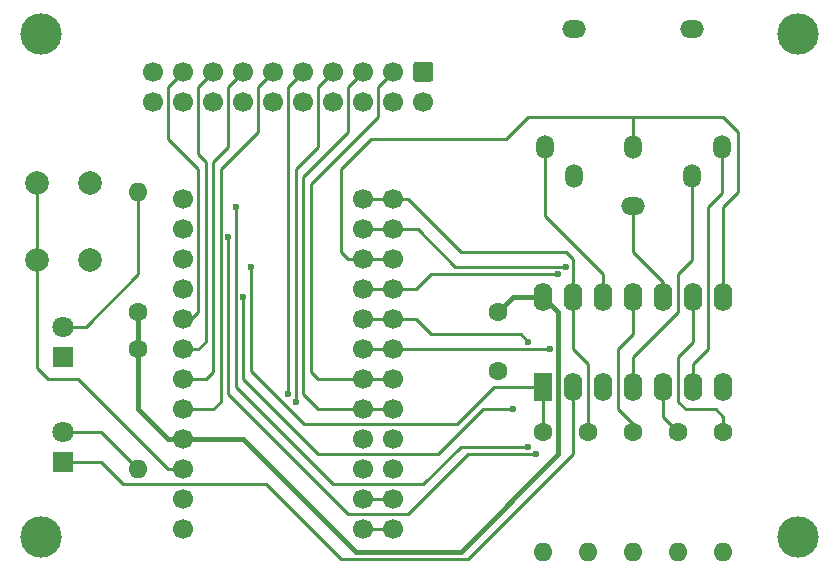
<source format=gtl>
G04 #@! TF.GenerationSoftware,KiCad,Pcbnew,(5.1.8)-1*
G04 #@! TF.CreationDate,2021-03-10T03:23:54+01:00*
G04 #@! TF.ProjectId,C64 XUM1541-II,43363420-5855-44d3-9135-34312d49492e,rev?*
G04 #@! TF.SameCoordinates,Original*
G04 #@! TF.FileFunction,Copper,L1,Top*
G04 #@! TF.FilePolarity,Positive*
%FSLAX46Y46*%
G04 Gerber Fmt 4.6, Leading zero omitted, Abs format (unit mm)*
G04 Created by KiCad (PCBNEW (5.1.8)-1) date 2021-03-10 03:23:54*
%MOMM*%
%LPD*%
G01*
G04 APERTURE LIST*
G04 #@! TA.AperFunction,ComponentPad*
%ADD10C,1.600000*%
G04 #@! TD*
G04 #@! TA.AperFunction,ComponentPad*
%ADD11O,1.600000X1.600000*%
G04 #@! TD*
G04 #@! TA.AperFunction,ComponentPad*
%ADD12C,1.700000*%
G04 #@! TD*
G04 #@! TA.AperFunction,ComponentPad*
%ADD13O,2.000000X1.524000*%
G04 #@! TD*
G04 #@! TA.AperFunction,ComponentPad*
%ADD14O,1.524000X2.000000*%
G04 #@! TD*
G04 #@! TA.AperFunction,ComponentPad*
%ADD15C,3.500000*%
G04 #@! TD*
G04 #@! TA.AperFunction,ComponentPad*
%ADD16C,2.000000*%
G04 #@! TD*
G04 #@! TA.AperFunction,ComponentPad*
%ADD17R,1.600000X2.400000*%
G04 #@! TD*
G04 #@! TA.AperFunction,ComponentPad*
%ADD18O,1.600000X2.400000*%
G04 #@! TD*
G04 #@! TA.AperFunction,ComponentPad*
%ADD19R,1.800000X1.800000*%
G04 #@! TD*
G04 #@! TA.AperFunction,ComponentPad*
%ADD20C,1.800000*%
G04 #@! TD*
G04 #@! TA.AperFunction,ViaPad*
%ADD21C,0.600000*%
G04 #@! TD*
G04 #@! TA.AperFunction,Conductor*
%ADD22C,0.250000*%
G04 #@! TD*
G04 #@! TA.AperFunction,Conductor*
%ADD23C,0.381000*%
G04 #@! TD*
G04 APERTURE END LIST*
D10*
X111125000Y-84455000D03*
D11*
X111125000Y-94615000D03*
D12*
X135255000Y-63500000D03*
X132715000Y-63500000D03*
X130175000Y-63500000D03*
X127635000Y-63500000D03*
X125095000Y-63500000D03*
X122555000Y-63500000D03*
X120015000Y-63500000D03*
X117475000Y-63500000D03*
X114935000Y-63500000D03*
X112395000Y-60960000D03*
X117475000Y-60960000D03*
X122555000Y-60960000D03*
X127635000Y-60960000D03*
X132715000Y-60960000D03*
X112395000Y-63500000D03*
X114935000Y-60960000D03*
X120015000Y-60960000D03*
X125095000Y-60960000D03*
X130175000Y-60960000D03*
G04 #@! TA.AperFunction,ComponentPad*
G36*
G01*
X134655000Y-60110000D02*
X135855000Y-60110000D01*
G75*
G02*
X136105000Y-60360000I0J-250000D01*
G01*
X136105000Y-61560000D01*
G75*
G02*
X135855000Y-61810000I-250000J0D01*
G01*
X134655000Y-61810000D01*
G75*
G02*
X134405000Y-61560000I0J250000D01*
G01*
X134405000Y-60360000D01*
G75*
G02*
X134655000Y-60110000I250000J0D01*
G01*
G37*
G04 #@! TD.AperFunction*
D13*
X153035000Y-72310000D03*
D14*
X153035000Y-67310000D03*
D13*
X148035000Y-57310000D03*
X158035000Y-57310000D03*
D14*
X145535000Y-67310000D03*
X160535000Y-67310000D03*
X148035000Y-69810000D03*
X158035000Y-69810000D03*
D12*
X130175000Y-71755000D03*
X130175000Y-74295000D03*
X130175000Y-76835000D03*
X130175000Y-79375000D03*
X130175000Y-81915000D03*
X130175000Y-84455000D03*
X130175000Y-86995000D03*
X130175000Y-89535000D03*
X130175000Y-92075000D03*
X130175000Y-94615000D03*
X130175000Y-97155000D03*
X130175000Y-99695000D03*
X132715000Y-97155000D03*
X132715000Y-94615000D03*
X132715000Y-92075000D03*
X132715000Y-89535000D03*
X132715000Y-86995000D03*
X132715000Y-84455000D03*
X132715000Y-81915000D03*
X132715000Y-79375000D03*
X132715000Y-76835000D03*
X132715000Y-74295000D03*
X132715000Y-71755000D03*
X114935000Y-71755000D03*
X114935000Y-74295000D03*
X114935000Y-76835000D03*
X114935000Y-79375000D03*
X114935000Y-81915000D03*
X114935000Y-84455000D03*
X114935000Y-86995000D03*
X114935000Y-89535000D03*
X114935000Y-92075000D03*
X114935000Y-94615000D03*
X114935000Y-97155000D03*
X114935000Y-99695000D03*
X132715000Y-99695000D03*
D10*
X141605000Y-81280000D03*
X141605000Y-86280000D03*
D15*
X102870000Y-100330000D03*
X167005000Y-100330000D03*
X167005000Y-57785000D03*
X102870000Y-57785000D03*
D10*
X111125000Y-81280000D03*
D11*
X111125000Y-71120000D03*
X156845000Y-101600000D03*
D10*
X156845000Y-91440000D03*
X145415000Y-91440000D03*
D11*
X145415000Y-101600000D03*
D10*
X160655000Y-91440000D03*
D11*
X160655000Y-101600000D03*
D10*
X153035000Y-91440000D03*
D11*
X153035000Y-101600000D03*
X149225000Y-101600000D03*
D10*
X149225000Y-91440000D03*
D16*
X107025000Y-76910000D03*
X102525000Y-76910000D03*
X107025000Y-70410000D03*
X102525000Y-70410000D03*
D17*
X145415000Y-87630000D03*
D18*
X160655000Y-80010000D03*
X147955000Y-87630000D03*
X158115000Y-80010000D03*
X150495000Y-87630000D03*
X155575000Y-80010000D03*
X153035000Y-87630000D03*
X153035000Y-80010000D03*
X155575000Y-87630000D03*
X150495000Y-80010000D03*
X158115000Y-87630000D03*
X147955000Y-80010000D03*
X160655000Y-87630000D03*
X145415000Y-80010000D03*
D19*
X104775000Y-85090000D03*
D20*
X104775000Y-82550000D03*
D19*
X104775000Y-93980000D03*
D20*
X104775000Y-91440000D03*
D21*
X147320000Y-77470000D03*
X146685000Y-78105000D03*
X144145000Y-83820000D03*
X145994500Y-84455000D03*
X124460000Y-88900000D03*
X123825000Y-88265000D03*
X144145000Y-92710000D03*
X119380000Y-72390000D03*
X118745000Y-74930000D03*
X144780034Y-93345000D03*
X120650000Y-77470000D03*
X142874998Y-89535000D03*
X120015000Y-80010000D03*
D22*
X107950000Y-91440000D02*
X111125000Y-94615000D01*
X104775000Y-91440000D02*
X107950000Y-91440000D01*
X130175000Y-71755000D02*
X132715000Y-71755000D01*
X133985000Y-71755000D02*
X132715000Y-71755000D01*
X138430000Y-76200000D02*
X133985000Y-71755000D01*
X147320000Y-76200000D02*
X138430000Y-76200000D01*
X147955000Y-76835000D02*
X147320000Y-76200000D01*
X147955000Y-80010000D02*
X147955000Y-76835000D01*
X147955000Y-84455000D02*
X147955000Y-80010000D01*
X149225000Y-85725000D02*
X147955000Y-84455000D01*
X149225000Y-91440000D02*
X149225000Y-85725000D01*
X130175000Y-74295000D02*
X132715000Y-74295000D01*
X160655000Y-90170000D02*
X160655000Y-91440000D01*
X160020000Y-89535000D02*
X160655000Y-90170000D01*
X157480000Y-89535000D02*
X160020000Y-89535000D01*
X156845000Y-88900000D02*
X157480000Y-89535000D01*
X156845000Y-85090000D02*
X156845000Y-88900000D01*
X158115000Y-83820000D02*
X156845000Y-85090000D01*
X158115000Y-80010000D02*
X158115000Y-83820000D01*
X134778750Y-74295000D02*
X132715000Y-74295000D01*
X137953750Y-77470000D02*
X134778750Y-74295000D01*
X147320000Y-77470000D02*
X137953750Y-77470000D01*
X153035000Y-67310000D02*
X153035000Y-65405000D01*
X128270000Y-69215000D02*
X128270000Y-74930000D01*
X130810000Y-66675000D02*
X128270000Y-69215000D01*
X144145000Y-64770000D02*
X142240000Y-66675000D01*
X142240000Y-66675000D02*
X130810000Y-66675000D01*
X132715000Y-76835000D02*
X130175000Y-76835000D01*
X130175000Y-76835000D02*
X128905000Y-76835000D01*
X128270000Y-76200000D02*
X128270000Y-74930000D01*
X128905000Y-76835000D02*
X128270000Y-76200000D01*
X153035000Y-65405000D02*
X153035000Y-64770000D01*
X153035000Y-64770000D02*
X144145000Y-64770000D01*
X160655000Y-72390000D02*
X160655000Y-80010000D01*
X161925000Y-71120000D02*
X160655000Y-72390000D01*
X160655000Y-64770000D02*
X161925000Y-66040000D01*
X161925000Y-66040000D02*
X161925000Y-71120000D01*
X153035000Y-64770000D02*
X160655000Y-64770000D01*
X130175000Y-79375000D02*
X132715000Y-79375000D01*
X135890000Y-78105000D02*
X146685000Y-78105000D01*
X134620000Y-79375000D02*
X135890000Y-78105000D01*
X132715000Y-79375000D02*
X134620000Y-79375000D01*
X153035000Y-76200000D02*
X153035000Y-72310000D01*
X155575000Y-78740000D02*
X153035000Y-76200000D01*
X155575000Y-80010000D02*
X155575000Y-78740000D01*
X132715000Y-81915000D02*
X130175000Y-81915000D01*
X160535000Y-71240000D02*
X160535000Y-67310000D01*
X159385000Y-84455000D02*
X159385000Y-72390000D01*
X158115000Y-85725000D02*
X159385000Y-84455000D01*
X159385000Y-72390000D02*
X160535000Y-71240000D01*
X158115000Y-87630000D02*
X158115000Y-85725000D01*
X143510000Y-83185000D02*
X144145000Y-83820000D01*
X135890000Y-83185000D02*
X143510000Y-83185000D01*
X134620000Y-81915000D02*
X135890000Y-83185000D01*
X132715000Y-81915000D02*
X134620000Y-81915000D01*
X145994500Y-84455000D02*
X135255000Y-84455000D01*
X135255000Y-84455000D02*
X132715000Y-84455000D01*
X132715000Y-84455000D02*
X130175000Y-84455000D01*
X145535000Y-67310000D02*
X145535000Y-73145000D01*
X145535000Y-73145000D02*
X150495000Y-78105000D01*
X150495000Y-80010000D02*
X150495000Y-78105000D01*
X125730000Y-85090000D02*
X125730000Y-70485000D01*
X125730000Y-70485000D02*
X131445000Y-64770000D01*
X131445000Y-62230000D02*
X132715000Y-60960000D01*
X131445000Y-64770000D02*
X131445000Y-62230000D01*
X132715000Y-86995000D02*
X130175000Y-86995000D01*
X130175000Y-86995000D02*
X126365000Y-86995000D01*
X125730000Y-86360000D02*
X125730000Y-85090000D01*
X126365000Y-86995000D02*
X125730000Y-86360000D01*
X125095000Y-69850000D02*
X125095000Y-87630000D01*
X128905000Y-66040000D02*
X125095000Y-69850000D01*
X128905000Y-62230000D02*
X128905000Y-66040000D01*
X130175000Y-60960000D02*
X128905000Y-62230000D01*
X132715000Y-89535000D02*
X130175000Y-89535000D01*
X130175000Y-89535000D02*
X126365000Y-89535000D01*
X125095000Y-88265000D02*
X125095000Y-87630000D01*
X126365000Y-89535000D02*
X125095000Y-88265000D01*
X126365000Y-62230000D02*
X127635000Y-60960000D01*
X126365000Y-67310000D02*
X126365000Y-62230000D01*
X124460000Y-69215000D02*
X126365000Y-67310000D01*
X124460000Y-88900000D02*
X124460000Y-69215000D01*
X132715000Y-97155000D02*
X130175000Y-97155000D01*
X123825000Y-62230000D02*
X123825000Y-88265000D01*
X125095000Y-60960000D02*
X123825000Y-62230000D01*
X130175000Y-99695000D02*
X132715000Y-99695000D01*
X153035000Y-91440000D02*
X153035000Y-90805000D01*
X153035000Y-90805000D02*
X151765000Y-89535000D01*
X151765000Y-89535000D02*
X151765000Y-84455000D01*
X151765000Y-84455000D02*
X153035000Y-83185000D01*
X153035000Y-83185000D02*
X153035000Y-80010000D01*
X138430000Y-92710000D02*
X144145000Y-92710000D01*
X135255000Y-95885000D02*
X138430000Y-92710000D01*
X127635000Y-95885000D02*
X135255000Y-95885000D01*
X119380000Y-87630000D02*
X127635000Y-95885000D01*
X119380000Y-72390000D02*
X119380000Y-87630000D01*
X155575000Y-90170000D02*
X156845000Y-91440000D01*
X155575000Y-87630000D02*
X155575000Y-90170000D01*
X139065000Y-93345000D02*
X144780034Y-93345000D01*
X133985000Y-98425000D02*
X139065000Y-93345000D01*
X128905000Y-98425000D02*
X133985000Y-98425000D01*
X118745000Y-88265000D02*
X128905000Y-98425000D01*
X118745000Y-74930000D02*
X118745000Y-88265000D01*
X145415000Y-87630000D02*
X145415000Y-91440000D01*
X125142499Y-90805000D02*
X120650000Y-86312501D01*
X120650000Y-86312501D02*
X120650000Y-77470000D01*
X138112500Y-90805000D02*
X125142499Y-90805000D01*
X141287500Y-87630000D02*
X138112500Y-90805000D01*
X145415000Y-87630000D02*
X141287500Y-87630000D01*
X153035000Y-85090000D02*
X153035000Y-87630000D01*
X156845000Y-81280000D02*
X153035000Y-85090000D01*
X156845000Y-78105000D02*
X156845000Y-81280000D01*
X158035000Y-76915000D02*
X156845000Y-78105000D01*
X158035000Y-69810000D02*
X158035000Y-76915000D01*
X120015000Y-86995000D02*
X120015000Y-80010000D01*
X126365000Y-93345000D02*
X120015000Y-86995000D01*
X140335000Y-89535000D02*
X136525000Y-93345000D01*
X136525000Y-93345000D02*
X126365000Y-93345000D01*
X142874998Y-89535000D02*
X140335000Y-89535000D01*
X116205000Y-69215000D02*
X116205000Y-80010000D01*
X113665000Y-66675000D02*
X116205000Y-69215000D01*
X113665000Y-62230000D02*
X113665000Y-66675000D01*
X114935000Y-60960000D02*
X113665000Y-62230000D01*
X114935000Y-81915000D02*
X115570000Y-81915000D01*
X115570000Y-81915000D02*
X116205000Y-81280000D01*
X116205000Y-81280000D02*
X116205000Y-80010000D01*
X116840000Y-68580000D02*
X116205000Y-67945000D01*
X116840000Y-82550000D02*
X116840000Y-68580000D01*
X116205000Y-67945000D02*
X116205000Y-62230000D01*
X116205000Y-62230000D02*
X117475000Y-60960000D01*
X114935000Y-84455000D02*
X116205000Y-84455000D01*
X116840000Y-83820000D02*
X116840000Y-82550000D01*
X116205000Y-84455000D02*
X116840000Y-83820000D01*
X116840000Y-86995000D02*
X114935000Y-86995000D01*
X117475000Y-86360000D02*
X116840000Y-86995000D01*
X117475000Y-68580000D02*
X117475000Y-86360000D01*
X118745000Y-67310000D02*
X117475000Y-68580000D01*
X118745000Y-62230000D02*
X118745000Y-67310000D01*
X120015000Y-60960000D02*
X118745000Y-62230000D01*
X118110000Y-87630000D02*
X118110000Y-69215000D01*
X118110000Y-69215000D02*
X121285000Y-66040000D01*
X121285000Y-62230000D02*
X122555000Y-60960000D01*
X121285000Y-66040000D02*
X121285000Y-62230000D01*
X114935000Y-89535000D02*
X117475000Y-89535000D01*
X118110000Y-88900000D02*
X118110000Y-87630000D01*
X117475000Y-89535000D02*
X118110000Y-88900000D01*
D23*
X142875000Y-80010000D02*
X141605000Y-81280000D01*
X143510000Y-80010000D02*
X142875000Y-80010000D01*
X145415000Y-80010000D02*
X143510000Y-80010000D01*
X111125000Y-88900000D02*
X111125000Y-83820000D01*
X113665000Y-92075000D02*
X111125000Y-89535000D01*
X111125000Y-89535000D02*
X111125000Y-88900000D01*
X114935000Y-92075000D02*
X113665000Y-92075000D01*
X116205000Y-92075000D02*
X114935000Y-92075000D01*
X120015000Y-92075000D02*
X116205000Y-92075000D01*
X129540000Y-101600000D02*
X120015000Y-92075000D01*
X146685000Y-93345000D02*
X138430000Y-101600000D01*
X138430000Y-101600000D02*
X129540000Y-101600000D01*
X146685000Y-81280000D02*
X146685000Y-93345000D01*
X145415000Y-80010000D02*
X146685000Y-81280000D01*
X111125000Y-84455000D02*
X111125000Y-81280000D01*
D22*
X102525000Y-70410000D02*
X102525000Y-76910000D01*
X113665000Y-94615000D02*
X114935000Y-94615000D01*
X106045000Y-86995000D02*
X113665000Y-94615000D01*
X103505000Y-86995000D02*
X106045000Y-86995000D01*
X102525000Y-86015000D02*
X103505000Y-86995000D01*
X102525000Y-76910000D02*
X102525000Y-86015000D01*
X111125000Y-73025000D02*
X111125000Y-71120000D01*
X111125000Y-78105000D02*
X111125000Y-73025000D01*
X106680000Y-82550000D02*
X111125000Y-78105000D01*
X104775000Y-82550000D02*
X106680000Y-82550000D01*
X147955000Y-93345000D02*
X147955000Y-87630000D01*
X128270000Y-102235000D02*
X139065000Y-102235000D01*
X109855000Y-95885000D02*
X121920000Y-95885000D01*
X139065000Y-102235000D02*
X147955000Y-93345000D01*
X107950000Y-93980000D02*
X109855000Y-95885000D01*
X121920000Y-95885000D02*
X128270000Y-102235000D01*
X104775000Y-93980000D02*
X107950000Y-93980000D01*
M02*

</source>
